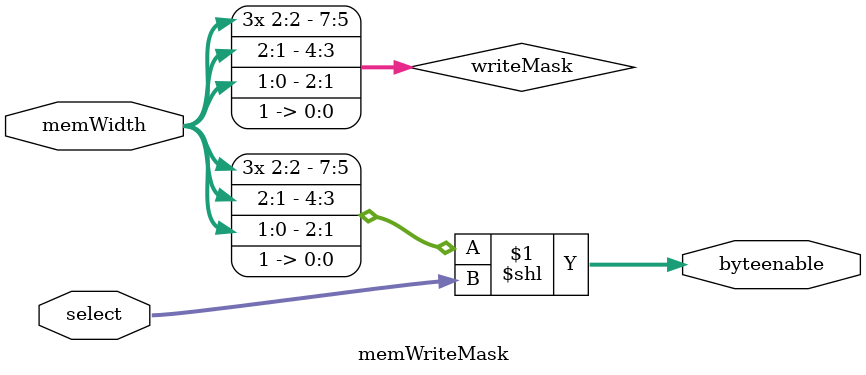
<source format=sv>
module memWriteMask(input logic[2:0] select, memWidth,
                    output logic [7:0] byteenable);

    logic[7:0] writeMask;
    assign writeMask = {{4{memWidth[2]}},{2{memWidth[1]}}, memWidth[0], 1'b1};
    assign byteenable = writeMask << select;
endmodule
</source>
